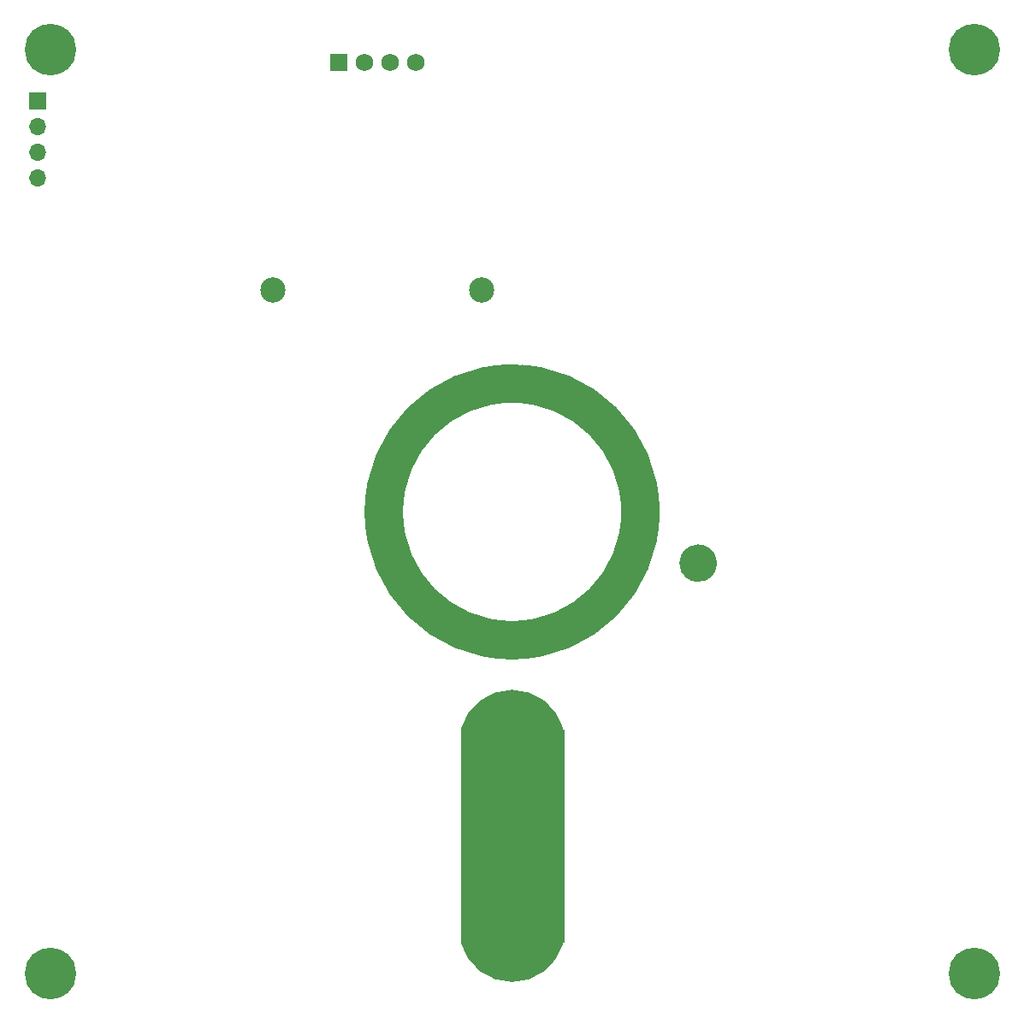
<source format=gts>
G04 #@! TF.GenerationSoftware,KiCad,Pcbnew,(5.1.8)-1*
G04 #@! TF.CreationDate,2021-01-12T00:32:37+01:00*
G04 #@! TF.ProjectId,C64 Pi1541-II FaceplateB,43363420-5069-4313-9534-312d49492046,rev?*
G04 #@! TF.SameCoordinates,Original*
G04 #@! TF.FileFunction,Soldermask,Top*
G04 #@! TF.FilePolarity,Negative*
%FSLAX46Y46*%
G04 Gerber Fmt 4.6, Leading zero omitted, Abs format (unit mm)*
G04 Created by KiCad (PCBNEW (5.1.8)-1) date 2021-01-12 00:32:37*
%MOMM*%
%LPD*%
G01*
G04 APERTURE LIST*
%ADD10C,1.250000*%
%ADD11C,0.100000*%
%ADD12C,1.150000*%
%ADD13C,3.800000*%
%ADD14C,2.500000*%
%ADD15R,1.727200X1.727200*%
%ADD16C,1.727200*%
%ADD17C,5.100000*%
%ADD18O,1.700000X1.700000*%
%ADD19R,1.700000X1.700000*%
G04 APERTURE END LIST*
D10*
X116840000Y-125730000D02*
G75*
G02*
X125730000Y-125730000I4445000J-1270000D01*
G01*
X116992773Y-125918109D02*
G75*
G02*
X125730000Y-126365000I4292227J-1716891D01*
G01*
X116840000Y-125095000D02*
G75*
G02*
X125730000Y-125095000I4445000J-1270000D01*
G01*
X118110000Y-126365000D02*
G75*
G02*
X124460000Y-126365000I3175000J-1270000D01*
G01*
X118110000Y-127000000D02*
G75*
G02*
X124460000Y-127000000I3175000J-1270000D01*
G01*
X124460000Y-144780000D02*
G75*
G02*
X118110000Y-144780000I-3175000J1270000D01*
G01*
X124460000Y-144145000D02*
G75*
G02*
X118110000Y-144145000I-3175000J1270000D01*
G01*
D11*
G36*
X140335000Y-109220000D02*
G01*
X139065000Y-109220000D01*
X139065000Y-107950000D01*
X140335000Y-107950000D01*
X140335000Y-109220000D01*
G37*
X140335000Y-109220000D02*
X139065000Y-109220000D01*
X139065000Y-107950000D01*
X140335000Y-107950000D01*
X140335000Y-109220000D01*
D12*
X140335000Y-108585000D02*
G75*
G03*
X140335000Y-108585000I-635000J0D01*
G01*
X140970000Y-108585000D02*
G75*
G03*
X140970000Y-108585000I-1270000J0D01*
G01*
D10*
X124460000Y-145415000D02*
G75*
G02*
X118110000Y-145415000I-3175000J1270000D01*
G01*
X125577227Y-145226891D02*
G75*
G02*
X116840000Y-144780000I-4292227J1716891D01*
G01*
X125577226Y-145861892D02*
G75*
G02*
X116840000Y-145415000I-4292226J1716892D01*
G01*
D11*
G36*
X126365000Y-146050000D02*
G01*
X116205000Y-146050000D01*
X116205000Y-125095000D01*
X126365000Y-125095000D01*
X126365000Y-146050000D01*
G37*
X126365000Y-146050000D02*
X116205000Y-146050000D01*
X116205000Y-125095000D01*
X126365000Y-125095000D01*
X126365000Y-146050000D01*
D10*
X125730000Y-146050000D02*
G75*
G02*
X116840000Y-146050000I-4445000J1270000D01*
G01*
D13*
X133985000Y-103505000D02*
G75*
G03*
X133985000Y-103505000I-12700000J0D01*
G01*
D14*
X118250000Y-81555000D03*
X97650000Y-81555000D03*
D15*
X104140000Y-59055000D03*
D16*
X106680000Y-59055000D03*
X109220000Y-59055000D03*
X111760000Y-59055000D03*
D17*
X75565000Y-149225000D03*
X167005000Y-149225000D03*
X167005000Y-57785000D03*
X75565000Y-57785000D03*
D18*
X74295000Y-70485000D03*
X74295000Y-67945000D03*
X74295000Y-65405000D03*
D19*
X74295000Y-62865000D03*
M02*

</source>
